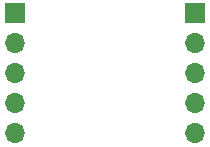
<source format=gbr>
%TF.GenerationSoftware,KiCad,Pcbnew,(6.0.4)*%
%TF.CreationDate,2022-04-28T22:28:36-04:00*%
%TF.ProjectId,capacitor_daughterboard,63617061-6369-4746-9f72-5f6461756768,0*%
%TF.SameCoordinates,Original*%
%TF.FileFunction,Copper,L2,Bot*%
%TF.FilePolarity,Positive*%
%FSLAX46Y46*%
G04 Gerber Fmt 4.6, Leading zero omitted, Abs format (unit mm)*
G04 Created by KiCad (PCBNEW (6.0.4)) date 2022-04-28 22:28:36*
%MOMM*%
%LPD*%
G01*
G04 APERTURE LIST*
%TA.AperFunction,ComponentPad*%
%ADD10R,1.700000X1.700000*%
%TD*%
%TA.AperFunction,ComponentPad*%
%ADD11O,1.700000X1.700000*%
%TD*%
G04 APERTURE END LIST*
D10*
%TO.P,J2,1,Pin_1*%
%TO.N,Net-(C1/2-Pad2)*%
X148000000Y-76000000D03*
D11*
%TO.P,J2,2,Pin_2*%
X148000000Y-78540000D03*
%TO.P,J2,3,Pin_3*%
X148000000Y-81080000D03*
%TO.P,J2,4,Pin_4*%
X148000000Y-83620000D03*
%TO.P,J2,5,Pin_5*%
X148000000Y-86160000D03*
%TD*%
D10*
%TO.P,J1,1,Pin_1*%
%TO.N,Net-(C1/2-Pad1)*%
X132750000Y-76000000D03*
D11*
%TO.P,J1,2,Pin_2*%
X132750000Y-78540000D03*
%TO.P,J1,3,Pin_3*%
X132750000Y-81080000D03*
%TO.P,J1,4,Pin_4*%
X132750000Y-83620000D03*
%TO.P,J1,5,Pin_5*%
X132750000Y-86160000D03*
%TD*%
M02*

</source>
